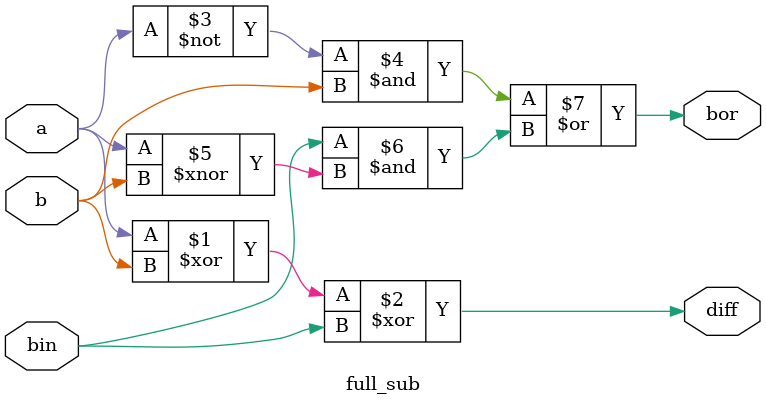
<source format=v>
module full_sub(a,b,bin,diff,bor);

input a,b,bin;
output diff,bor;

assign diff =a^b^bin;
assign bor =(~a&b)|(bin&(a~^b));

endmodule


</source>
